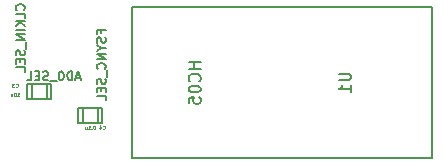
<source format=gbo>
G04 (created by PCBNEW (2013-05-18 BZR 4017)-stable) date Thu 17 Jul 2014 20:47:08 CST*
%MOIN*%
G04 Gerber Fmt 3.4, Leading zero omitted, Abs format*
%FSLAX34Y34*%
G01*
G70*
G90*
G04 APERTURE LIST*
%ADD10C,0.00590551*%
%ADD11C,0.005*%
%ADD12C,0.0024*%
G04 APERTURE END LIST*
G54D10*
G54D11*
X48150Y-32250D02*
X48150Y-31750D01*
X47650Y-32250D02*
X47650Y-31760D01*
X47500Y-32250D02*
X48300Y-32250D01*
X48300Y-32250D02*
X48300Y-31750D01*
X48300Y-31750D02*
X47500Y-31750D01*
X47500Y-31750D02*
X47500Y-32250D01*
X49350Y-32550D02*
X49350Y-33050D01*
X49850Y-32550D02*
X49850Y-33040D01*
X50000Y-32550D02*
X49200Y-32550D01*
X49200Y-32550D02*
X49200Y-33050D01*
X49200Y-33050D02*
X50000Y-33050D01*
X50000Y-33050D02*
X50000Y-32550D01*
G54D10*
X56000Y-34219D02*
X61000Y-34219D01*
X61000Y-34219D02*
X61000Y-29180D01*
X61000Y-29180D02*
X51000Y-29180D01*
X51000Y-29180D02*
X51000Y-34219D01*
X51000Y-34219D02*
X56000Y-34219D01*
G54D11*
X49278Y-31535D02*
X49135Y-31535D01*
X49307Y-31621D02*
X49207Y-31321D01*
X49107Y-31621D01*
X49007Y-31621D02*
X49007Y-31321D01*
X48935Y-31321D01*
X48892Y-31335D01*
X48864Y-31364D01*
X48850Y-31392D01*
X48835Y-31450D01*
X48835Y-31492D01*
X48850Y-31550D01*
X48864Y-31578D01*
X48892Y-31607D01*
X48935Y-31621D01*
X49007Y-31621D01*
X48650Y-31321D02*
X48621Y-31321D01*
X48592Y-31335D01*
X48578Y-31350D01*
X48564Y-31378D01*
X48550Y-31435D01*
X48550Y-31507D01*
X48564Y-31564D01*
X48578Y-31592D01*
X48592Y-31607D01*
X48621Y-31621D01*
X48650Y-31621D01*
X48678Y-31607D01*
X48692Y-31592D01*
X48707Y-31564D01*
X48721Y-31507D01*
X48721Y-31435D01*
X48707Y-31378D01*
X48692Y-31350D01*
X48678Y-31335D01*
X48650Y-31321D01*
X48492Y-31650D02*
X48264Y-31650D01*
X48207Y-31607D02*
X48164Y-31621D01*
X48092Y-31621D01*
X48064Y-31607D01*
X48050Y-31592D01*
X48035Y-31564D01*
X48035Y-31535D01*
X48050Y-31507D01*
X48064Y-31492D01*
X48092Y-31478D01*
X48150Y-31464D01*
X48178Y-31450D01*
X48192Y-31435D01*
X48207Y-31407D01*
X48207Y-31378D01*
X48192Y-31350D01*
X48178Y-31335D01*
X48150Y-31321D01*
X48078Y-31321D01*
X48035Y-31335D01*
X47907Y-31464D02*
X47807Y-31464D01*
X47764Y-31621D02*
X47907Y-31621D01*
X47907Y-31321D01*
X47764Y-31321D01*
X47492Y-31621D02*
X47635Y-31621D01*
X47635Y-31321D01*
X49964Y-30050D02*
X49964Y-29950D01*
X50121Y-29950D02*
X49821Y-29950D01*
X49821Y-30092D01*
X50107Y-30192D02*
X50121Y-30235D01*
X50121Y-30307D01*
X50107Y-30335D01*
X50092Y-30350D01*
X50064Y-30364D01*
X50035Y-30364D01*
X50007Y-30350D01*
X49992Y-30335D01*
X49978Y-30307D01*
X49964Y-30250D01*
X49950Y-30221D01*
X49935Y-30207D01*
X49907Y-30192D01*
X49878Y-30192D01*
X49850Y-30207D01*
X49835Y-30221D01*
X49821Y-30250D01*
X49821Y-30321D01*
X49835Y-30364D01*
X49978Y-30550D02*
X50121Y-30550D01*
X49821Y-30450D02*
X49978Y-30550D01*
X49821Y-30650D01*
X50121Y-30750D02*
X49821Y-30750D01*
X50121Y-30921D01*
X49821Y-30921D01*
X50092Y-31235D02*
X50107Y-31221D01*
X50121Y-31178D01*
X50121Y-31150D01*
X50107Y-31107D01*
X50078Y-31078D01*
X50050Y-31064D01*
X49992Y-31050D01*
X49950Y-31050D01*
X49892Y-31064D01*
X49864Y-31078D01*
X49835Y-31107D01*
X49821Y-31150D01*
X49821Y-31178D01*
X49835Y-31221D01*
X49850Y-31235D01*
X50150Y-31292D02*
X50150Y-31521D01*
X50107Y-31578D02*
X50121Y-31621D01*
X50121Y-31692D01*
X50107Y-31721D01*
X50092Y-31735D01*
X50064Y-31750D01*
X50035Y-31750D01*
X50007Y-31735D01*
X49992Y-31721D01*
X49978Y-31692D01*
X49964Y-31635D01*
X49950Y-31607D01*
X49935Y-31592D01*
X49907Y-31578D01*
X49878Y-31578D01*
X49850Y-31592D01*
X49835Y-31607D01*
X49821Y-31635D01*
X49821Y-31707D01*
X49835Y-31750D01*
X49964Y-31878D02*
X49964Y-31978D01*
X50121Y-32021D02*
X50121Y-31878D01*
X49821Y-31878D01*
X49821Y-32021D01*
X50121Y-32292D02*
X50121Y-32150D01*
X49821Y-32150D01*
X47392Y-29278D02*
X47407Y-29264D01*
X47421Y-29221D01*
X47421Y-29192D01*
X47407Y-29150D01*
X47378Y-29121D01*
X47350Y-29107D01*
X47292Y-29092D01*
X47250Y-29092D01*
X47192Y-29107D01*
X47164Y-29121D01*
X47135Y-29150D01*
X47121Y-29192D01*
X47121Y-29221D01*
X47135Y-29264D01*
X47150Y-29278D01*
X47421Y-29550D02*
X47421Y-29407D01*
X47121Y-29407D01*
X47421Y-29650D02*
X47121Y-29650D01*
X47421Y-29821D02*
X47250Y-29692D01*
X47121Y-29821D02*
X47292Y-29650D01*
X47421Y-29950D02*
X47121Y-29950D01*
X47421Y-30092D02*
X47121Y-30092D01*
X47421Y-30264D01*
X47121Y-30264D01*
X47450Y-30335D02*
X47450Y-30564D01*
X47407Y-30621D02*
X47421Y-30664D01*
X47421Y-30735D01*
X47407Y-30764D01*
X47392Y-30778D01*
X47364Y-30792D01*
X47335Y-30792D01*
X47307Y-30778D01*
X47292Y-30764D01*
X47278Y-30735D01*
X47264Y-30678D01*
X47250Y-30650D01*
X47235Y-30635D01*
X47207Y-30621D01*
X47178Y-30621D01*
X47150Y-30635D01*
X47135Y-30650D01*
X47121Y-30678D01*
X47121Y-30750D01*
X47135Y-30792D01*
X47264Y-30921D02*
X47264Y-31021D01*
X47421Y-31064D02*
X47421Y-30921D01*
X47121Y-30921D01*
X47121Y-31064D01*
X47421Y-31335D02*
X47421Y-31192D01*
X47121Y-31192D01*
G54D12*
X47119Y-31836D02*
X47125Y-31842D01*
X47142Y-31847D01*
X47153Y-31847D01*
X47170Y-31842D01*
X47181Y-31830D01*
X47187Y-31819D01*
X47192Y-31797D01*
X47192Y-31780D01*
X47187Y-31757D01*
X47181Y-31746D01*
X47170Y-31735D01*
X47153Y-31729D01*
X47142Y-31729D01*
X47125Y-31735D01*
X47119Y-31741D01*
X47080Y-31729D02*
X47007Y-31729D01*
X47046Y-31774D01*
X47029Y-31774D01*
X47018Y-31780D01*
X47012Y-31785D01*
X47007Y-31797D01*
X47007Y-31825D01*
X47012Y-31836D01*
X47018Y-31842D01*
X47029Y-31847D01*
X47063Y-31847D01*
X47074Y-31842D01*
X47080Y-31836D01*
X47175Y-32147D02*
X47243Y-32147D01*
X47209Y-32147D02*
X47209Y-32029D01*
X47220Y-32046D01*
X47232Y-32057D01*
X47243Y-32063D01*
X47102Y-32029D02*
X47091Y-32029D01*
X47080Y-32035D01*
X47074Y-32041D01*
X47069Y-32052D01*
X47063Y-32074D01*
X47063Y-32102D01*
X47069Y-32125D01*
X47074Y-32136D01*
X47080Y-32142D01*
X47091Y-32147D01*
X47102Y-32147D01*
X47114Y-32142D01*
X47119Y-32136D01*
X47125Y-32125D01*
X47130Y-32102D01*
X47130Y-32074D01*
X47125Y-32052D01*
X47119Y-32041D01*
X47114Y-32035D01*
X47102Y-32029D01*
X47012Y-32069D02*
X47012Y-32147D01*
X47012Y-32080D02*
X47007Y-32074D01*
X46996Y-32069D01*
X46979Y-32069D01*
X46967Y-32074D01*
X46962Y-32085D01*
X46962Y-32147D01*
X50019Y-33236D02*
X50025Y-33242D01*
X50042Y-33247D01*
X50053Y-33247D01*
X50070Y-33242D01*
X50081Y-33230D01*
X50087Y-33219D01*
X50092Y-33197D01*
X50092Y-33180D01*
X50087Y-33157D01*
X50081Y-33146D01*
X50070Y-33135D01*
X50053Y-33129D01*
X50042Y-33129D01*
X50025Y-33135D01*
X50019Y-33141D01*
X49918Y-33169D02*
X49918Y-33247D01*
X49946Y-33124D02*
X49974Y-33208D01*
X49901Y-33208D01*
X49743Y-33129D02*
X49732Y-33129D01*
X49720Y-33135D01*
X49715Y-33141D01*
X49709Y-33152D01*
X49703Y-33174D01*
X49703Y-33202D01*
X49709Y-33225D01*
X49715Y-33236D01*
X49720Y-33242D01*
X49732Y-33247D01*
X49743Y-33247D01*
X49754Y-33242D01*
X49760Y-33236D01*
X49765Y-33225D01*
X49771Y-33202D01*
X49771Y-33174D01*
X49765Y-33152D01*
X49760Y-33141D01*
X49754Y-33135D01*
X49743Y-33129D01*
X49653Y-33236D02*
X49647Y-33242D01*
X49653Y-33247D01*
X49658Y-33242D01*
X49653Y-33236D01*
X49653Y-33247D01*
X49535Y-33247D02*
X49602Y-33247D01*
X49569Y-33247D02*
X49569Y-33129D01*
X49580Y-33146D01*
X49591Y-33157D01*
X49602Y-33163D01*
X49434Y-33169D02*
X49434Y-33247D01*
X49484Y-33169D02*
X49484Y-33230D01*
X49479Y-33242D01*
X49467Y-33247D01*
X49451Y-33247D01*
X49439Y-33242D01*
X49434Y-33236D01*
G54D10*
X57891Y-31400D02*
X58210Y-31400D01*
X58247Y-31418D01*
X58266Y-31437D01*
X58285Y-31475D01*
X58285Y-31550D01*
X58266Y-31587D01*
X58247Y-31606D01*
X58210Y-31625D01*
X57891Y-31625D01*
X58285Y-32018D02*
X58285Y-31793D01*
X58285Y-31906D02*
X57891Y-31906D01*
X57947Y-31868D01*
X57985Y-31831D01*
X58004Y-31793D01*
X53285Y-31015D02*
X52891Y-31015D01*
X53079Y-31015D02*
X53079Y-31240D01*
X53285Y-31240D02*
X52891Y-31240D01*
X53247Y-31653D02*
X53266Y-31634D01*
X53285Y-31578D01*
X53285Y-31540D01*
X53266Y-31484D01*
X53229Y-31446D01*
X53191Y-31428D01*
X53116Y-31409D01*
X53060Y-31409D01*
X52985Y-31428D01*
X52947Y-31446D01*
X52910Y-31484D01*
X52891Y-31540D01*
X52891Y-31578D01*
X52910Y-31634D01*
X52929Y-31653D01*
X52891Y-31896D02*
X52891Y-31934D01*
X52910Y-31971D01*
X52929Y-31990D01*
X52966Y-32009D01*
X53041Y-32028D01*
X53135Y-32028D01*
X53210Y-32009D01*
X53247Y-31990D01*
X53266Y-31971D01*
X53285Y-31934D01*
X53285Y-31896D01*
X53266Y-31859D01*
X53247Y-31840D01*
X53210Y-31821D01*
X53135Y-31803D01*
X53041Y-31803D01*
X52966Y-31821D01*
X52929Y-31840D01*
X52910Y-31859D01*
X52891Y-31896D01*
X52891Y-32384D02*
X52891Y-32196D01*
X53079Y-32178D01*
X53060Y-32196D01*
X53041Y-32234D01*
X53041Y-32328D01*
X53060Y-32365D01*
X53079Y-32384D01*
X53116Y-32403D01*
X53210Y-32403D01*
X53247Y-32384D01*
X53266Y-32365D01*
X53285Y-32328D01*
X53285Y-32234D01*
X53266Y-32196D01*
X53247Y-32178D01*
M02*

</source>
